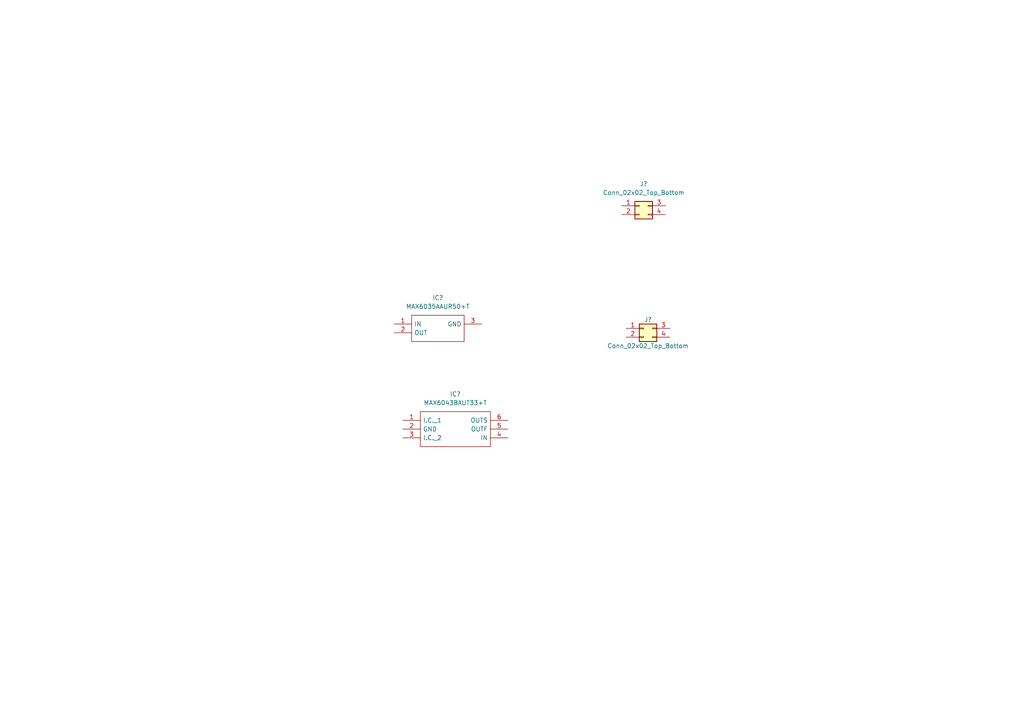
<source format=kicad_sch>
(kicad_sch (version 20211123) (generator eeschema)

  (uuid df6b0305-6c41-4f60-88f7-e129721aebc3)

  (paper "A4")

  (lib_symbols
    (symbol "Connector_Generic:Conn_02x02_Top_Bottom" (pin_names (offset 1.016) hide) (in_bom yes) (on_board yes)
      (property "Reference" "J" (id 0) (at 1.27 2.54 0)
        (effects (font (size 1.27 1.27)))
      )
      (property "Value" "Conn_02x02_Top_Bottom" (id 1) (at 1.27 -5.08 0)
        (effects (font (size 1.27 1.27)))
      )
      (property "Footprint" "" (id 2) (at 0 0 0)
        (effects (font (size 1.27 1.27)) hide)
      )
      (property "Datasheet" "~" (id 3) (at 0 0 0)
        (effects (font (size 1.27 1.27)) hide)
      )
      (property "ki_keywords" "connector" (id 4) (at 0 0 0)
        (effects (font (size 1.27 1.27)) hide)
      )
      (property "ki_description" "Generic connector, double row, 02x02, top/bottom pin numbering scheme (row 1: 1...pins_per_row, row2: pins_per_row+1 ... num_pins), script generated (kicad-library-utils/schlib/autogen/connector/)" (id 5) (at 0 0 0)
        (effects (font (size 1.27 1.27)) hide)
      )
      (property "ki_fp_filters" "Connector*:*_2x??_*" (id 6) (at 0 0 0)
        (effects (font (size 1.27 1.27)) hide)
      )
      (symbol "Conn_02x02_Top_Bottom_1_1"
        (rectangle (start -1.27 -2.413) (end 0 -2.667)
          (stroke (width 0.1524) (type default) (color 0 0 0 0))
          (fill (type none))
        )
        (rectangle (start -1.27 0.127) (end 0 -0.127)
          (stroke (width 0.1524) (type default) (color 0 0 0 0))
          (fill (type none))
        )
        (rectangle (start -1.27 1.27) (end 3.81 -3.81)
          (stroke (width 0.254) (type default) (color 0 0 0 0))
          (fill (type background))
        )
        (rectangle (start 3.81 -2.413) (end 2.54 -2.667)
          (stroke (width 0.1524) (type default) (color 0 0 0 0))
          (fill (type none))
        )
        (rectangle (start 3.81 0.127) (end 2.54 -0.127)
          (stroke (width 0.1524) (type default) (color 0 0 0 0))
          (fill (type none))
        )
        (pin passive line (at -5.08 0 0) (length 3.81)
          (name "Pin_1" (effects (font (size 1.27 1.27))))
          (number "1" (effects (font (size 1.27 1.27))))
        )
        (pin passive line (at -5.08 -2.54 0) (length 3.81)
          (name "Pin_2" (effects (font (size 1.27 1.27))))
          (number "2" (effects (font (size 1.27 1.27))))
        )
        (pin passive line (at 7.62 0 180) (length 3.81)
          (name "Pin_3" (effects (font (size 1.27 1.27))))
          (number "3" (effects (font (size 1.27 1.27))))
        )
        (pin passive line (at 7.62 -2.54 180) (length 3.81)
          (name "Pin_4" (effects (font (size 1.27 1.27))))
          (number "4" (effects (font (size 1.27 1.27))))
        )
      )
    )
    (symbol "SamacSys_Parts:MAX6035AAUR50+T" (pin_names (offset 0.762)) (in_bom yes) (on_board yes)
      (property "Reference" "IC" (id 0) (at 21.59 7.62 0)
        (effects (font (size 1.27 1.27)) (justify left))
      )
      (property "Value" "MAX6035AAUR50+T" (id 1) (at 21.59 5.08 0)
        (effects (font (size 1.27 1.27)) (justify left))
      )
      (property "Footprint" "SOT95P237X112-3N" (id 2) (at 21.59 2.54 0)
        (effects (font (size 1.27 1.27)) (justify left) hide)
      )
      (property "Datasheet" "https://pdfserv.maximintegrated.com/en/ds/MAX6035.pdf" (id 3) (at 21.59 0 0)
        (effects (font (size 1.27 1.27)) (justify left) hide)
      )
      (property "Description" "MAX6035AAUR50+T" (id 4) (at 21.59 -2.54 0)
        (effects (font (size 1.27 1.27)) (justify left) hide)
      )
      (property "Height" "1.12" (id 5) (at 21.59 -5.08 0)
        (effects (font (size 1.27 1.27)) (justify left) hide)
      )
      (property "Mouser Part Number" "" (id 6) (at 21.59 -7.62 0)
        (effects (font (size 1.27 1.27)) (justify left) hide)
      )
      (property "Mouser Price/Stock" "" (id 7) (at 21.59 -10.16 0)
        (effects (font (size 1.27 1.27)) (justify left) hide)
      )
      (property "Manufacturer_Name" "Maxim Integrated" (id 8) (at 21.59 -12.7 0)
        (effects (font (size 1.27 1.27)) (justify left) hide)
      )
      (property "Manufacturer_Part_Number" "MAX6035AAUR50+T" (id 9) (at 21.59 -15.24 0)
        (effects (font (size 1.27 1.27)) (justify left) hide)
      )
      (property "ki_description" "MAX6035AAUR50+T" (id 10) (at 0 0 0)
        (effects (font (size 1.27 1.27)) hide)
      )
      (symbol "MAX6035AAUR50+T_0_0"
        (pin passive line (at 0 0 0) (length 5.08)
          (name "IN" (effects (font (size 1.27 1.27))))
          (number "1" (effects (font (size 1.27 1.27))))
        )
        (pin passive line (at 0 -2.54 0) (length 5.08)
          (name "OUT" (effects (font (size 1.27 1.27))))
          (number "2" (effects (font (size 1.27 1.27))))
        )
        (pin passive line (at 25.4 0 180) (length 5.08)
          (name "GND" (effects (font (size 1.27 1.27))))
          (number "3" (effects (font (size 1.27 1.27))))
        )
      )
      (symbol "MAX6035AAUR50+T_0_1"
        (polyline
          (pts
            (xy 5.08 2.54)
            (xy 20.32 2.54)
            (xy 20.32 -5.08)
            (xy 5.08 -5.08)
            (xy 5.08 2.54)
          )
          (stroke (width 0.1524) (type default) (color 0 0 0 0))
          (fill (type none))
        )
      )
    )
    (symbol "SamacSys_Parts:MAX6043BAUT33+T" (pin_names (offset 0.762)) (in_bom yes) (on_board yes)
      (property "Reference" "IC" (id 0) (at 26.67 7.62 0)
        (effects (font (size 1.27 1.27)) (justify left))
      )
      (property "Value" "MAX6043BAUT33+T" (id 1) (at 26.67 5.08 0)
        (effects (font (size 1.27 1.27)) (justify left))
      )
      (property "Footprint" "SOT95P280X145-6N" (id 2) (at 26.67 2.54 0)
        (effects (font (size 1.27 1.27)) (justify left) hide)
      )
      (property "Datasheet" "https://www.mouser.de/datasheet/2/256/MAX6043-1389124.pdf" (id 3) (at 26.67 0 0)
        (effects (font (size 1.27 1.27)) (justify left) hide)
      )
      (property "Description" "Voltage References Precision High-Voltage Reference in SOT23" (id 4) (at 26.67 -2.54 0)
        (effects (font (size 1.27 1.27)) (justify left) hide)
      )
      (property "Height" "1.45" (id 5) (at 26.67 -5.08 0)
        (effects (font (size 1.27 1.27)) (justify left) hide)
      )
      (property "Mouser Part Number" "700-MAX6043BAUT33+T" (id 6) (at 26.67 -7.62 0)
        (effects (font (size 1.27 1.27)) (justify left) hide)
      )
      (property "Mouser Price/Stock" "https://www.mouser.co.uk/ProductDetail/Maxim-Integrated/MAX6043BAUT33%2bT?qs=meEoQE6dWKPBTkQ0LEBljQ%3D%3D" (id 7) (at 26.67 -10.16 0)
        (effects (font (size 1.27 1.27)) (justify left) hide)
      )
      (property "Manufacturer_Name" "Maxim Integrated" (id 8) (at 26.67 -12.7 0)
        (effects (font (size 1.27 1.27)) (justify left) hide)
      )
      (property "Manufacturer_Part_Number" "MAX6043BAUT33+T" (id 9) (at 26.67 -15.24 0)
        (effects (font (size 1.27 1.27)) (justify left) hide)
      )
      (property "ki_description" "Voltage References Precision High-Voltage Reference in SOT23" (id 10) (at 0 0 0)
        (effects (font (size 1.27 1.27)) hide)
      )
      (symbol "MAX6043BAUT33+T_0_0"
        (pin passive line (at 0 0 0) (length 5.08)
          (name "I.C._1" (effects (font (size 1.27 1.27))))
          (number "1" (effects (font (size 1.27 1.27))))
        )
        (pin passive line (at 0 -2.54 0) (length 5.08)
          (name "GND" (effects (font (size 1.27 1.27))))
          (number "2" (effects (font (size 1.27 1.27))))
        )
        (pin passive line (at 0 -5.08 0) (length 5.08)
          (name "I.C._2" (effects (font (size 1.27 1.27))))
          (number "3" (effects (font (size 1.27 1.27))))
        )
        (pin passive line (at 30.48 -5.08 180) (length 5.08)
          (name "IN" (effects (font (size 1.27 1.27))))
          (number "4" (effects (font (size 1.27 1.27))))
        )
        (pin passive line (at 30.48 -2.54 180) (length 5.08)
          (name "OUTF" (effects (font (size 1.27 1.27))))
          (number "5" (effects (font (size 1.27 1.27))))
        )
        (pin passive line (at 30.48 0 180) (length 5.08)
          (name "OUTS" (effects (font (size 1.27 1.27))))
          (number "6" (effects (font (size 1.27 1.27))))
        )
      )
      (symbol "MAX6043BAUT33+T_0_1"
        (polyline
          (pts
            (xy 5.08 2.54)
            (xy 25.4 2.54)
            (xy 25.4 -7.62)
            (xy 5.08 -7.62)
            (xy 5.08 2.54)
          )
          (stroke (width 0.1524) (type default) (color 0 0 0 0))
          (fill (type none))
        )
      )
    )
  )


  (symbol (lib_id "SamacSys_Parts:MAX6035AAUR50+T") (at 114.3 93.98 0) (unit 1)
    (in_bom yes) (on_board yes) (fields_autoplaced)
    (uuid 3e420adc-3f3e-4ad7-b9e2-5ff4f66087d2)
    (property "Reference" "IC?" (id 0) (at 127 86.36 0))
    (property "Value" "MAX6035AAUR50+T" (id 1) (at 127 88.9 0))
    (property "Footprint" "SOT95P237X112-3N" (id 2) (at 135.89 91.44 0)
      (effects (font (size 1.27 1.27)) (justify left) hide)
    )
    (property "Datasheet" "https://pdfserv.maximintegrated.com/en/ds/MAX6035.pdf" (id 3) (at 135.89 93.98 0)
      (effects (font (size 1.27 1.27)) (justify left) hide)
    )
    (property "Description" "MAX6035AAUR50+T" (id 4) (at 135.89 96.52 0)
      (effects (font (size 1.27 1.27)) (justify left) hide)
    )
    (property "Height" "1.12" (id 5) (at 135.89 99.06 0)
      (effects (font (size 1.27 1.27)) (justify left) hide)
    )
    (property "Mouser Part Number" "" (id 6) (at 135.89 101.6 0)
      (effects (font (size 1.27 1.27)) (justify left) hide)
    )
    (property "Mouser Price/Stock" "" (id 7) (at 135.89 104.14 0)
      (effects (font (size 1.27 1.27)) (justify left) hide)
    )
    (property "Manufacturer_Name" "Maxim Integrated" (id 8) (at 135.89 106.68 0)
      (effects (font (size 1.27 1.27)) (justify left) hide)
    )
    (property "Manufacturer_Part_Number" "MAX6035AAUR50+T" (id 9) (at 135.89 109.22 0)
      (effects (font (size 1.27 1.27)) (justify left) hide)
    )
    (pin "1" (uuid 7fd3b45f-5e04-44fb-8328-cdebe5087bb6))
    (pin "2" (uuid 8006ddda-cce0-424e-9452-129bee616e53))
    (pin "3" (uuid 4dc451e5-31b2-46d6-a21a-d296d48320e4))
  )

  (symbol (lib_id "SamacSys_Parts:MAX6043BAUT33+T") (at 116.84 121.92 0) (unit 1)
    (in_bom yes) (on_board yes) (fields_autoplaced)
    (uuid 932b1a92-f5d2-47d1-b1f0-1f4180d05597)
    (property "Reference" "IC?" (id 0) (at 132.08 114.3 0))
    (property "Value" "MAX6043BAUT33+T" (id 1) (at 132.08 116.84 0))
    (property "Footprint" "SOT95P280X145-6N" (id 2) (at 143.51 119.38 0)
      (effects (font (size 1.27 1.27)) (justify left) hide)
    )
    (property "Datasheet" "https://www.mouser.de/datasheet/2/256/MAX6043-1389124.pdf" (id 3) (at 143.51 121.92 0)
      (effects (font (size 1.27 1.27)) (justify left) hide)
    )
    (property "Description" "Voltage References Precision High-Voltage Reference in SOT23" (id 4) (at 143.51 124.46 0)
      (effects (font (size 1.27 1.27)) (justify left) hide)
    )
    (property "Height" "1.45" (id 5) (at 143.51 127 0)
      (effects (font (size 1.27 1.27)) (justify left) hide)
    )
    (property "Mouser Part Number" "700-MAX6043BAUT33+T" (id 6) (at 143.51 129.54 0)
      (effects (font (size 1.27 1.27)) (justify left) hide)
    )
    (property "Mouser Price/Stock" "https://www.mouser.co.uk/ProductDetail/Maxim-Integrated/MAX6043BAUT33%2bT?qs=meEoQE6dWKPBTkQ0LEBljQ%3D%3D" (id 7) (at 143.51 132.08 0)
      (effects (font (size 1.27 1.27)) (justify left) hide)
    )
    (property "Manufacturer_Name" "Maxim Integrated" (id 8) (at 143.51 134.62 0)
      (effects (font (size 1.27 1.27)) (justify left) hide)
    )
    (property "Manufacturer_Part_Number" "MAX6043BAUT33+T" (id 9) (at 143.51 137.16 0)
      (effects (font (size 1.27 1.27)) (justify left) hide)
    )
    (pin "1" (uuid 754a5e9f-c10e-4ced-aca6-e90e8fcbdccf))
    (pin "2" (uuid 1aedcf85-289e-48b7-ba25-df5441cb3834))
    (pin "3" (uuid f5b04676-96ab-454c-ab5a-ef664da1661f))
    (pin "4" (uuid e6a81e1e-0a7b-4f5a-b492-25053b54f7bd))
    (pin "5" (uuid fdd63342-79c1-4681-8eec-5be5a301c3cd))
    (pin "6" (uuid accf3f04-3054-4ff1-8aab-4bd0485148de))
  )

  (symbol (lib_id "Connector_Generic:Conn_02x02_Top_Bottom") (at 185.42 59.69 0) (unit 1)
    (in_bom yes) (on_board yes) (fields_autoplaced)
    (uuid b0aa02d7-c635-47f3-95a7-51b0d8bfd025)
    (property "Reference" "J?" (id 0) (at 186.69 53.34 0))
    (property "Value" "Conn_02x02_Top_Bottom" (id 1) (at 186.69 55.88 0))
    (property "Footprint" "" (id 2) (at 185.42 59.69 0)
      (effects (font (size 1.27 1.27)) hide)
    )
    (property "Datasheet" "~" (id 3) (at 185.42 59.69 0)
      (effects (font (size 1.27 1.27)) hide)
    )
    (pin "1" (uuid 5cf771f5-6b28-41e8-9a00-35dd7cbdbec9))
    (pin "2" (uuid 1cb48378-cc09-45e0-ac2b-6214a4d743c8))
    (pin "3" (uuid 02aa92de-a872-4675-b530-052fab070324))
    (pin "4" (uuid 3de3dbbd-9c8f-4422-88c6-80692a234d34))
  )

  (symbol (lib_id "Connector_Generic:Conn_02x02_Top_Bottom") (at 186.69 95.25 0) (unit 1)
    (in_bom yes) (on_board yes)
    (uuid cb564194-f3a5-43dc-92c5-a4986c563991)
    (property "Reference" "J?" (id 0) (at 187.96 92.71 0))
    (property "Value" "Conn_02x02_Top_Bottom" (id 1) (at 187.96 100.33 0))
    (property "Footprint" "" (id 2) (at 186.69 95.25 0)
      (effects (font (size 1.27 1.27)) hide)
    )
    (property "Datasheet" "~" (id 3) (at 186.69 95.25 0)
      (effects (font (size 1.27 1.27)) hide)
    )
    (pin "1" (uuid bc63061b-6916-4085-912c-a5a18b7451a8))
    (pin "2" (uuid c8d82ef1-7a20-4539-9b56-6512feae51e9))
    (pin "3" (uuid c3585bbf-e343-4a4b-9e18-efe668ebf132))
    (pin "4" (uuid b0bc8169-d1e7-493c-8f6f-52fec898670e))
  )
)

</source>
